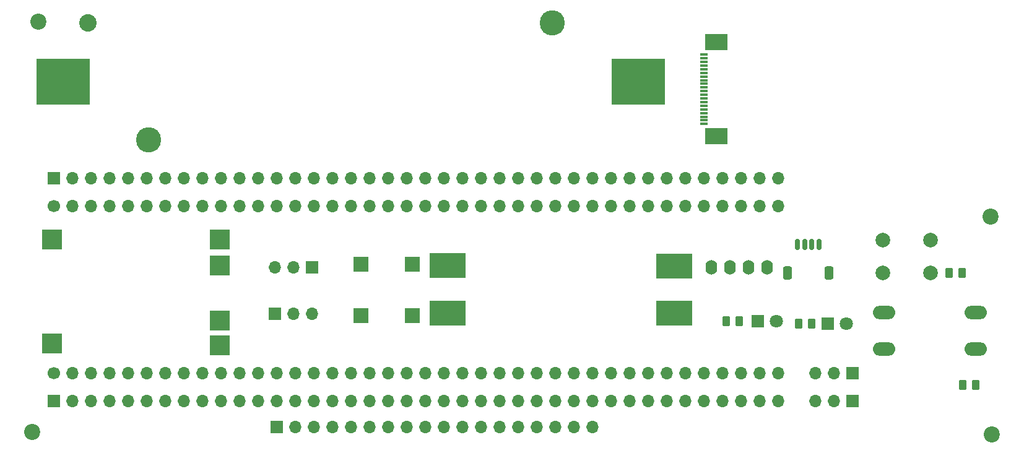
<source format=gbr>
%TF.GenerationSoftware,KiCad,Pcbnew,(7.99.0-200-gad838e3d73)*%
%TF.CreationDate,2024-03-11T18:46:40+07:00*%
%TF.ProjectId,WMS,574d532e-6b69-4636-9164-5f7063625858,rev?*%
%TF.SameCoordinates,Original*%
%TF.FileFunction,Soldermask,Top*%
%TF.FilePolarity,Negative*%
%FSLAX46Y46*%
G04 Gerber Fmt 4.6, Leading zero omitted, Abs format (unit mm)*
G04 Created by KiCad (PCBNEW (7.99.0-200-gad838e3d73)) date 2024-03-11 18:46:40*
%MOMM*%
%LPD*%
G01*
G04 APERTURE LIST*
G04 Aperture macros list*
%AMRoundRect*
0 Rectangle with rounded corners*
0 $1 Rounding radius*
0 $2 $3 $4 $5 $6 $7 $8 $9 X,Y pos of 4 corners*
0 Add a 4 corners polygon primitive as box body*
4,1,4,$2,$3,$4,$5,$6,$7,$8,$9,$2,$3,0*
0 Add four circle primitives for the rounded corners*
1,1,$1+$1,$2,$3*
1,1,$1+$1,$4,$5*
1,1,$1+$1,$6,$7*
1,1,$1+$1,$8,$9*
0 Add four rect primitives between the rounded corners*
20,1,$1+$1,$2,$3,$4,$5,0*
20,1,$1+$1,$4,$5,$6,$7,0*
20,1,$1+$1,$6,$7,$8,$9,0*
20,1,$1+$1,$8,$9,$2,$3,0*%
G04 Aperture macros list end*
%ADD10R,1.700000X1.700000*%
%ADD11O,1.700000X1.700000*%
%ADD12R,7.340000X6.350000*%
%ADD13C,3.450000*%
%ADD14C,2.390000*%
%ADD15RoundRect,0.250000X-0.262500X-0.450000X0.262500X-0.450000X0.262500X0.450000X-0.262500X0.450000X0*%
%ADD16C,2.000000*%
%ADD17R,2.000000X2.000000*%
%ADD18RoundRect,0.250000X0.262500X0.450000X-0.262500X0.450000X-0.262500X-0.450000X0.262500X-0.450000X0*%
%ADD19C,2.200000*%
%ADD20R,1.100000X0.300000*%
%ADD21R,3.100000X2.300000*%
%ADD22O,1.600000X2.000000*%
%ADD23RoundRect,0.150000X-0.150000X-0.625000X0.150000X-0.625000X0.150000X0.625000X-0.150000X0.625000X0*%
%ADD24RoundRect,0.250000X-0.350000X-0.650000X0.350000X-0.650000X0.350000X0.650000X-0.350000X0.650000X0*%
%ADD25C,1.700000*%
%ADD26R,1.800000X1.800000*%
%ADD27C,1.800000*%
%ADD28O,3.048000X1.850000*%
%ADD29R,5.000000X3.500000*%
%ADD30R,2.800000X2.800000*%
G04 APERTURE END LIST*
D10*
%TO.C,SW4*%
X110489999Y-90169999D03*
D11*
X107949999Y-90169999D03*
X105409999Y-90169999D03*
%TD*%
D10*
%TO.C,SW3*%
X105409999Y-96519999D03*
D11*
X107949999Y-96519999D03*
X110489999Y-96519999D03*
%TD*%
D12*
%TO.C,BT1*%
X155066999Y-64744599D03*
X76406999Y-64744599D03*
D13*
X143337000Y-56744600D03*
D14*
X79807000Y-56744600D03*
D13*
X88137000Y-72744600D03*
%TD*%
D15*
%TO.C,R1*%
X176991000Y-97891600D03*
X178816000Y-97891600D03*
%TD*%
D16*
%TO.C,SW2*%
X188520000Y-86396000D03*
X195020000Y-86396000D03*
X188520000Y-90896000D03*
X195020000Y-90896000D03*
%TD*%
D17*
%TO.C,BZ1*%
X117149999Y-89743399D03*
X117149999Y-96743399D03*
X124149999Y-96743399D03*
X124149999Y-89743399D03*
%TD*%
D18*
%TO.C,R3*%
X199419200Y-106222800D03*
X201244200Y-106222800D03*
%TD*%
D15*
%TO.C,R2*%
X167085000Y-97485200D03*
X168910000Y-97485200D03*
%TD*%
D19*
%TO.C,H1*%
X203276200Y-83235800D03*
%TD*%
D10*
%TO.C,J2*%
X75183999Y-108457999D03*
D11*
X77723999Y-108457999D03*
X80263999Y-108457999D03*
X82803999Y-108457999D03*
X85343999Y-108457999D03*
X87883999Y-108457999D03*
X90423999Y-108457999D03*
X92963999Y-108457999D03*
X95503999Y-108457999D03*
X98043999Y-108457999D03*
X100583999Y-108457999D03*
X103123999Y-108457999D03*
X105663999Y-108457999D03*
X108203999Y-108457999D03*
X110743999Y-108457999D03*
X113283999Y-108457999D03*
X115823999Y-108457999D03*
X118363999Y-108457999D03*
X120903999Y-108457999D03*
X123443999Y-108457999D03*
X125983999Y-108457999D03*
X128523999Y-108457999D03*
X131063999Y-108457999D03*
X133603999Y-108457999D03*
X136143999Y-108457999D03*
X138683999Y-108457999D03*
X141223999Y-108457999D03*
X143763999Y-108457999D03*
X146303999Y-108457999D03*
X148843999Y-108457999D03*
X151383999Y-108457999D03*
X153923999Y-108457999D03*
X156463999Y-108457999D03*
X159003999Y-108457999D03*
X161543999Y-108457999D03*
X164083999Y-108457999D03*
X166623999Y-108457999D03*
X169163999Y-108457999D03*
X171703999Y-108457999D03*
X174243999Y-108457999D03*
%TD*%
D20*
%TO.C,U1*%
X164058599Y-61046599D03*
X164058599Y-61546599D03*
X164058599Y-62046599D03*
X164058599Y-62546599D03*
X164058599Y-63046599D03*
X164058599Y-63546599D03*
X164058599Y-64046599D03*
X164058599Y-64546599D03*
X164058599Y-65046599D03*
X164058599Y-65546599D03*
X164058599Y-66046599D03*
X164058599Y-66546599D03*
X164058599Y-67046599D03*
X164058599Y-67546599D03*
X164058599Y-68046599D03*
X164058599Y-68546599D03*
X164058599Y-69046599D03*
X164058599Y-69546599D03*
X164058599Y-70046599D03*
X164058599Y-70546599D03*
D21*
X165758599Y-72216599D03*
X165758599Y-59376599D03*
%TD*%
D22*
%TO.C,Brd1*%
X165099999Y-90169999D03*
X167639999Y-90169999D03*
X170179999Y-90169999D03*
X172719999Y-90169999D03*
%TD*%
D10*
%TO.C,J3*%
X184403999Y-108457999D03*
D11*
X181863999Y-108457999D03*
X179323999Y-108457999D03*
%TD*%
D19*
%TO.C,H4*%
X73025000Y-56540400D03*
%TD*%
%TO.C,H2*%
X203428600Y-112979200D03*
%TD*%
D23*
%TO.C,U4*%
X176808000Y-87052400D03*
X177808000Y-87052400D03*
X178808000Y-87052400D03*
X179808000Y-87052400D03*
D24*
X175508000Y-90927400D03*
X181108000Y-90927400D03*
%TD*%
D15*
%TO.C,R4*%
X197561200Y-90906600D03*
X199386200Y-90906600D03*
%TD*%
D25*
%TO.C,U6*%
X75184000Y-81788000D03*
D11*
X77723999Y-81787999D03*
X80263999Y-81787999D03*
X82803999Y-81787999D03*
X85343999Y-81787999D03*
X87883999Y-81787999D03*
X90423999Y-81787999D03*
X92963999Y-81787999D03*
X95503999Y-81787999D03*
X98043999Y-81787999D03*
X100583999Y-81787999D03*
X103123999Y-81787999D03*
X105663999Y-81787999D03*
X108203999Y-81787999D03*
X110743999Y-81787999D03*
X113283999Y-81787999D03*
X115823999Y-81787999D03*
X118363999Y-81787999D03*
X120903999Y-81787999D03*
X123443999Y-81787999D03*
X125983999Y-81787999D03*
X128523999Y-81787999D03*
X131063999Y-81787999D03*
X133603999Y-81787999D03*
X136143999Y-81787999D03*
X138683999Y-81787999D03*
X141223999Y-81787999D03*
X143763999Y-81787999D03*
X146303999Y-81787999D03*
X148843999Y-81787999D03*
X151383999Y-81787999D03*
X153923999Y-81787999D03*
X156463999Y-81787999D03*
X159003999Y-81787999D03*
X161543999Y-81787999D03*
X164083999Y-81787999D03*
X166623999Y-81787999D03*
X169163999Y-81787999D03*
X171703999Y-81787999D03*
X174243999Y-81787999D03*
X174243999Y-104647999D03*
X171703999Y-104647999D03*
X169163999Y-104647999D03*
X166623999Y-104647999D03*
X164083999Y-104647999D03*
X161543999Y-104647999D03*
X159003999Y-104647999D03*
X156463999Y-104647999D03*
X153923999Y-104647999D03*
X151383999Y-104647999D03*
X148843999Y-104647999D03*
X146303999Y-104647999D03*
X143763999Y-104647999D03*
X141223999Y-104647999D03*
X138683999Y-104647999D03*
X136143999Y-104647999D03*
X133603999Y-104647999D03*
X131063999Y-104647999D03*
X128523999Y-104647999D03*
X125983999Y-104647999D03*
X123443999Y-104647999D03*
X120903999Y-104647999D03*
X118363999Y-104647999D03*
X115823999Y-104647999D03*
X113283999Y-104647999D03*
X110743999Y-104647999D03*
X108203999Y-104647999D03*
X105663999Y-104647999D03*
X103123999Y-104647999D03*
X100583999Y-104647999D03*
X98043999Y-104647999D03*
X95503999Y-104647999D03*
X92963999Y-104647999D03*
X90423999Y-104647999D03*
X87883999Y-104647999D03*
X85343999Y-104647999D03*
X82803999Y-104647999D03*
X80263999Y-104647999D03*
X77723999Y-104647999D03*
D25*
X75184000Y-104648000D03*
D11*
X179323999Y-104647999D03*
X181863999Y-104647999D03*
D10*
X184403999Y-104647999D03*
%TD*%
D26*
%TO.C,D1*%
X180944599Y-97891599D03*
D27*
X183484600Y-97891600D03*
%TD*%
D19*
%TO.C,H3*%
X72212200Y-112699800D03*
%TD*%
D26*
%TO.C,D2*%
X171449999Y-97485199D03*
D27*
X173990000Y-97485200D03*
%TD*%
D28*
%TO.C,SW1*%
X188721999Y-96305999D03*
X201221999Y-96305999D03*
X188721999Y-101305999D03*
X201221999Y-101305999D03*
%TD*%
D10*
%TO.C,U5*%
X105663999Y-112013999D03*
D11*
X108203999Y-112013999D03*
X110743999Y-112013999D03*
X113283999Y-112013999D03*
X115823999Y-112013999D03*
X118363999Y-112013999D03*
X120903999Y-112013999D03*
X123443999Y-112013999D03*
X125983999Y-112013999D03*
X128523999Y-112013999D03*
X131063999Y-112013999D03*
X133603999Y-112013999D03*
X136143999Y-112013999D03*
X138683999Y-112013999D03*
X141223999Y-112013999D03*
X143763999Y-112013999D03*
X146303999Y-112013999D03*
X148843999Y-112013999D03*
%TD*%
D10*
%TO.C,J1*%
X75183999Y-77977999D03*
D11*
X77723999Y-77977999D03*
X80263999Y-77977999D03*
X82803999Y-77977999D03*
X85343999Y-77977999D03*
X87883999Y-77977999D03*
X90423999Y-77977999D03*
X92963999Y-77977999D03*
X95503999Y-77977999D03*
X98043999Y-77977999D03*
X100583999Y-77977999D03*
X103123999Y-77977999D03*
X105663999Y-77977999D03*
X108203999Y-77977999D03*
X110743999Y-77977999D03*
X113283999Y-77977999D03*
X115823999Y-77977999D03*
X118363999Y-77977999D03*
X120903999Y-77977999D03*
X123443999Y-77977999D03*
X125983999Y-77977999D03*
X128523999Y-77977999D03*
X131063999Y-77977999D03*
X133603999Y-77977999D03*
X136143999Y-77977999D03*
X138683999Y-77977999D03*
X141223999Y-77977999D03*
X143763999Y-77977999D03*
X146303999Y-77977999D03*
X148843999Y-77977999D03*
X151383999Y-77977999D03*
X153923999Y-77977999D03*
X156463999Y-77977999D03*
X159003999Y-77977999D03*
X161543999Y-77977999D03*
X164083999Y-77977999D03*
X166623999Y-77977999D03*
X169163999Y-77977999D03*
X171703999Y-77977999D03*
X174243999Y-77977999D03*
%TD*%
D29*
%TO.C,U3*%
X160019999Y-89965999D03*
X160019999Y-96415999D03*
X129019999Y-96415999D03*
X129019999Y-89915999D03*
%TD*%
D30*
%TO.C,U2*%
X74929999Y-86359999D03*
X74929999Y-100559999D03*
X97829999Y-86359999D03*
X97829999Y-100859999D03*
X97829999Y-89859999D03*
X97829999Y-97459999D03*
%TD*%
M02*

</source>
